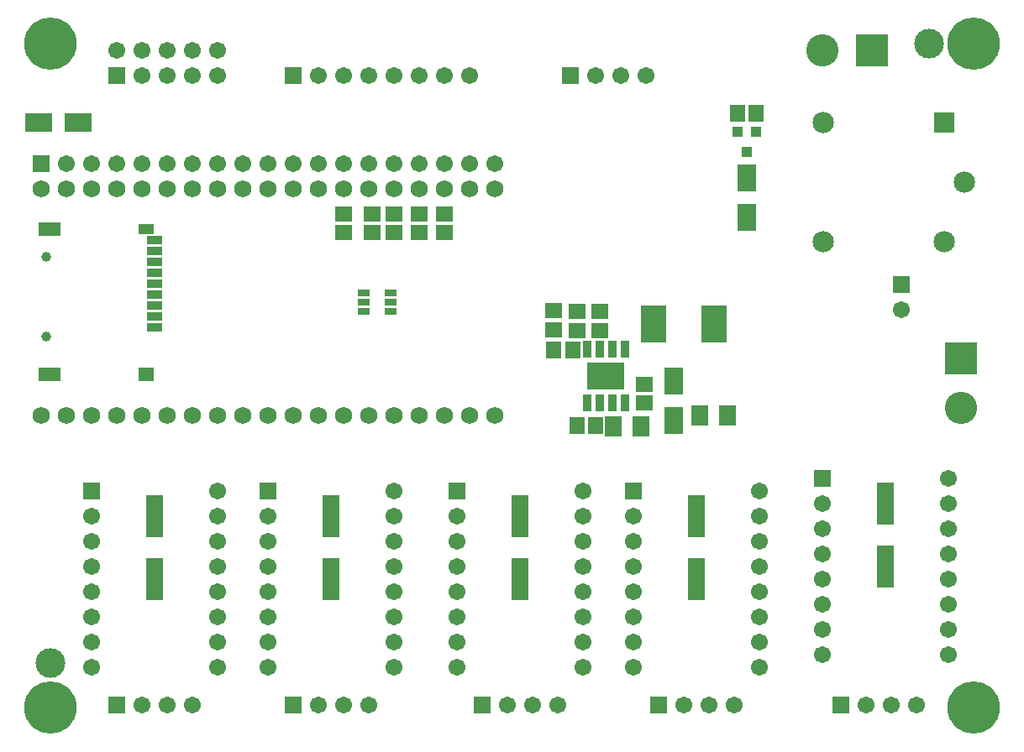
<source format=gbr>
G04 DipTrace 3.3.1.1*
G04 TopMask.gbr*
%MOIN*%
G04 #@! TF.FileFunction,Soldermask,Top*
G04 #@! TF.Part,Single*
%ADD35C,0.11811*%
%ADD60C,0.03937*%
%ADD71R,0.14622X0.111181*%
%ADD73R,0.032047X0.071024*%
%ADD75R,0.051339X0.031654*%
%ADD77C,0.067031*%
%ADD79R,0.067031X0.067031*%
%ADD81C,0.068031*%
%ADD83C,0.128031*%
%ADD85R,0.128031X0.128031*%
%ADD87R,0.059213X0.067087*%
%ADD89R,0.039528X0.043465*%
%ADD91C,0.208031*%
%ADD93R,0.100551X0.145827*%
%ADD95R,0.084803X0.084803*%
%ADD97C,0.084803*%
%ADD99R,0.06315X0.039528*%
%ADD101R,0.06315X0.055276*%
%ADD103R,0.086772X0.055276*%
%ADD105R,0.059213X0.035591*%
%ADD107C,0.067087*%
%ADD109R,0.067087X0.067087*%
%ADD111C,0.047402*%
%ADD113R,0.106457X0.074961*%
%ADD115R,0.074961X0.106457*%
%ADD117R,0.071024X0.078898*%
%ADD119R,0.071024X0.171417*%
%ADD121R,0.067087X0.059213*%
%FSLAX26Y26*%
G04*
G70*
G90*
G75*
G01*
G04 TopMask*
%LPD*%
D121*
X2886409Y1816255D3*
Y1741451D3*
D119*
X943701Y1043701D3*
Y1291732D3*
X1643701Y1043701D3*
Y1291732D3*
X2393701Y1043701D3*
Y1291732D3*
X3093701Y1043701D3*
Y1291732D3*
X3843701Y1093701D3*
Y1341732D3*
D117*
X2875451Y1650450D3*
X2765215D3*
D121*
X2710409Y2031255D3*
Y2106058D3*
D117*
X3106201Y1693701D3*
X3216437D3*
D115*
X3003409Y1830219D3*
Y1672739D3*
X3292749Y2479274D3*
Y2636755D3*
D113*
X484899Y2857815D3*
X642379D3*
D35*
X531496Y708661D3*
D111*
D3*
D109*
X1493701Y3043701D3*
D107*
X1593701D3*
X1693701D3*
X1793701D3*
X1893701D3*
X1993701D3*
X2093701D3*
X2193701D3*
D109*
X793701Y543701D3*
D107*
X893701D3*
X993701D3*
X1093701D3*
D109*
X1493701D3*
D107*
X1593701D3*
X1693701D3*
X1793701D3*
D109*
X2243701D3*
D107*
X2343701D3*
X2443701D3*
X2543701D3*
D109*
X2943701D3*
D107*
X3043701D3*
X3143701D3*
X3243701D3*
D109*
X3668701D3*
D107*
X3768701D3*
X3868701D3*
X3968701D3*
D109*
X2593701Y3043701D3*
D107*
X2693701D3*
X2793701D3*
X2893701D3*
D109*
X793701D3*
D107*
Y3143701D3*
X893701Y3043701D3*
Y3143701D3*
X993701Y3043701D3*
Y3143701D3*
X1093701Y3043701D3*
Y3143701D3*
X1193701Y3043701D3*
Y3143701D3*
D109*
X493701Y2693701D3*
D107*
X593701D3*
X693701D3*
X793701D3*
X893701D3*
X993701D3*
X1093701D3*
X1193701D3*
X1293701D3*
X1393701D3*
X1493701D3*
X1593701D3*
X1693701D3*
X1793701D3*
X1893701D3*
X1993701D3*
X2093701D3*
X2193701D3*
X2293701D3*
D109*
X3906201Y2213386D3*
D107*
Y2113386D3*
D105*
X943677Y2043450D3*
Y2086757D3*
Y2130064D3*
Y2173371D3*
Y2216678D3*
Y2259986D3*
Y2303293D3*
Y2346600D3*
Y2389907D3*
D103*
X528323Y1855261D3*
D101*
X910213D3*
D99*
Y2433214D3*
D103*
X528323D3*
D60*
X512575Y2322584D3*
Y2007623D3*
D97*
X4156201Y2620571D3*
D95*
X4077461Y2856791D3*
D97*
Y2384350D3*
X3597146Y2856791D3*
Y2384350D3*
D93*
X2925156Y2055115D3*
X3163345D3*
D91*
X531496Y531496D3*
X4192913D3*
Y3169291D3*
X531496D3*
D89*
X3331201Y2818701D3*
X3256398D3*
X3293799Y2739961D3*
D121*
X1693701Y2418701D3*
Y2493504D3*
X1893701Y2493701D3*
Y2418898D3*
X1993701Y2493701D3*
Y2418898D3*
X2093701Y2493701D3*
Y2418898D3*
D87*
X2619409Y1654255D3*
X2694213D3*
D121*
X2619409Y2031255D3*
Y2106058D3*
D87*
X3256201Y2893701D3*
X3331004D3*
D121*
X2528409Y2109255D3*
Y2034451D3*
D87*
Y1953255D3*
X2603213D3*
D121*
X1806201Y2493504D3*
Y2418701D3*
D85*
X4143701Y1918701D3*
D83*
Y1721850D3*
D85*
X3789764Y3142126D3*
D83*
X3592913D3*
D81*
X493701Y2593701D3*
X593701D3*
X693701D3*
X793701D3*
X893701D3*
X993701D3*
X1093701D3*
X1193701D3*
X1293701D3*
X1393701D3*
X1493701D3*
X1593701D3*
X1693701D3*
X1793701D3*
X1893701D3*
X1993701D3*
X2093701D3*
X2193701D3*
X2293701D3*
X493701Y1693701D3*
X593701D3*
X693701D3*
X793701D3*
X893701D3*
X993701D3*
X1093701D3*
X1193701D3*
X1293701D3*
X1393701D3*
X1493701D3*
X1593701D3*
X1693701D3*
X1793701D3*
X1893701D3*
X1993701D3*
X2093701D3*
X2193701D3*
X2293701D3*
D79*
X693701Y1393701D3*
D77*
Y1293701D3*
Y1193701D3*
Y1093701D3*
Y993701D3*
Y893701D3*
Y793701D3*
Y693701D3*
X1193701D3*
Y793701D3*
Y893701D3*
Y993701D3*
Y1093701D3*
Y1193701D3*
Y1293701D3*
Y1393701D3*
D79*
X1393701D3*
D77*
Y1293701D3*
Y1193701D3*
Y1093701D3*
Y993701D3*
Y893701D3*
Y793701D3*
Y693701D3*
X1893701D3*
Y793701D3*
Y893701D3*
Y993701D3*
Y1093701D3*
Y1193701D3*
Y1293701D3*
Y1393701D3*
D79*
X2143701D3*
D77*
Y1293701D3*
Y1193701D3*
Y1093701D3*
Y993701D3*
Y893701D3*
Y793701D3*
Y693701D3*
X2643701D3*
Y793701D3*
Y893701D3*
Y993701D3*
Y1093701D3*
Y1193701D3*
Y1293701D3*
Y1393701D3*
D79*
X2843701D3*
D77*
Y1293701D3*
Y1193701D3*
Y1093701D3*
Y993701D3*
Y893701D3*
Y793701D3*
Y693701D3*
X3343701D3*
Y793701D3*
Y893701D3*
Y993701D3*
Y1093701D3*
Y1193701D3*
Y1293701D3*
Y1393701D3*
D79*
X3593701Y1443701D3*
D77*
Y1343701D3*
Y1243701D3*
Y1143701D3*
Y1043701D3*
Y943701D3*
Y843701D3*
Y743701D3*
X4093701D3*
Y843701D3*
Y943701D3*
Y1043701D3*
Y1143701D3*
Y1243701D3*
Y1343701D3*
Y1443701D3*
D75*
X1774951Y2181201D3*
Y2143799D3*
Y2106398D3*
X1881251D3*
Y2143799D3*
Y2181201D3*
D73*
X2810039Y1955127D3*
X2760039D3*
X2710039D3*
X2660039D3*
Y1742529D3*
X2710039D3*
X2760039D3*
X2810039D3*
D71*
X2735039Y1848828D3*
D35*
X4015748Y3169291D3*
D111*
D3*
M02*

</source>
